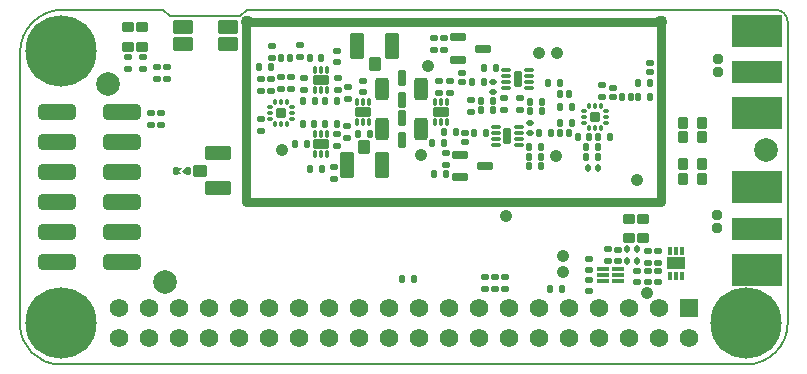
<source format=gts>
G04*
G04 #@! TF.GenerationSoftware,Altium Limited,CircuitStudio,1.5.2 (30)*
G04*
G04 Layer_Color=3394611*
%FSLAX25Y25*%
%MOIN*%
G70*
G01*
G75*
%ADD54C,0.00500*%
%ADD100C,0.03000*%
G04:AMPARAMS|DCode=101|XSize=26.38mil|YSize=22.44mil|CornerRadius=6.3mil|HoleSize=0mil|Usage=FLASHONLY|Rotation=0.000|XOffset=0mil|YOffset=0mil|HoleType=Round|Shape=RoundedRectangle|*
%AMROUNDEDRECTD101*
21,1,0.02638,0.00984,0,0,0.0*
21,1,0.01378,0.02244,0,0,0.0*
1,1,0.01260,0.00689,-0.00492*
1,1,0.01260,-0.00689,-0.00492*
1,1,0.01260,-0.00689,0.00492*
1,1,0.01260,0.00689,0.00492*
%
%ADD101ROUNDEDRECTD101*%
%ADD102C,0.04137*%
G04:AMPARAMS|DCode=103|XSize=26.38mil|YSize=20.47mil|CornerRadius=5.81mil|HoleSize=0mil|Usage=FLASHONLY|Rotation=180.000|XOffset=0mil|YOffset=0mil|HoleType=Round|Shape=RoundedRectangle|*
%AMROUNDEDRECTD103*
21,1,0.02638,0.00886,0,0,180.0*
21,1,0.01476,0.02047,0,0,180.0*
1,1,0.01161,-0.00738,0.00443*
1,1,0.01161,0.00738,0.00443*
1,1,0.01161,0.00738,-0.00443*
1,1,0.01161,-0.00738,-0.00443*
%
%ADD103ROUNDEDRECTD103*%
G04:AMPARAMS|DCode=104|XSize=26.38mil|YSize=22.44mil|CornerRadius=6.3mil|HoleSize=0mil|Usage=FLASHONLY|Rotation=90.000|XOffset=0mil|YOffset=0mil|HoleType=Round|Shape=RoundedRectangle|*
%AMROUNDEDRECTD104*
21,1,0.02638,0.00984,0,0,90.0*
21,1,0.01378,0.02244,0,0,90.0*
1,1,0.01260,0.00492,0.00689*
1,1,0.01260,0.00492,-0.00689*
1,1,0.01260,-0.00492,-0.00689*
1,1,0.01260,-0.00492,0.00689*
%
%ADD104ROUNDEDRECTD104*%
G04:AMPARAMS|DCode=105|XSize=24.41mil|YSize=20.47mil|CornerRadius=5.81mil|HoleSize=0mil|Usage=FLASHONLY|Rotation=270.000|XOffset=0mil|YOffset=0mil|HoleType=Round|Shape=RoundedRectangle|*
%AMROUNDEDRECTD105*
21,1,0.02441,0.00886,0,0,270.0*
21,1,0.01280,0.02047,0,0,270.0*
1,1,0.01161,-0.00443,-0.00640*
1,1,0.01161,-0.00443,0.00640*
1,1,0.01161,0.00443,0.00640*
1,1,0.01161,0.00443,-0.00640*
%
%ADD105ROUNDEDRECTD105*%
G04:AMPARAMS|DCode=106|XSize=40.01mil|YSize=13.63mil|CornerRadius=2.83mil|HoleSize=0mil|Usage=FLASHONLY|Rotation=180.000|XOffset=0mil|YOffset=0mil|HoleType=Round|Shape=RoundedRectangle|*
%AMROUNDEDRECTD106*
21,1,0.04001,0.00797,0,0,180.0*
21,1,0.03435,0.01363,0,0,180.0*
1,1,0.00566,-0.01718,0.00399*
1,1,0.00566,0.01718,0.00399*
1,1,0.00566,0.01718,-0.00399*
1,1,0.00566,-0.01718,-0.00399*
%
%ADD106ROUNDEDRECTD106*%
G04:AMPARAMS|DCode=107|XSize=63.02mil|YSize=42.16mil|CornerRadius=5.02mil|HoleSize=0mil|Usage=FLASHONLY|Rotation=0.000|XOffset=0mil|YOffset=0mil|HoleType=Round|Shape=RoundedRectangle|*
%AMROUNDEDRECTD107*
21,1,0.06302,0.03213,0,0,0.0*
21,1,0.05299,0.04216,0,0,0.0*
1,1,0.01003,0.02649,-0.01606*
1,1,0.01003,-0.02649,-0.01606*
1,1,0.01003,-0.02649,0.01606*
1,1,0.01003,0.02649,0.01606*
%
%ADD107ROUNDEDRECTD107*%
G04:AMPARAMS|DCode=108|XSize=27.59mil|YSize=13.81mil|CornerRadius=3.95mil|HoleSize=0mil|Usage=FLASHONLY|Rotation=270.000|XOffset=0mil|YOffset=0mil|HoleType=Round|Shape=RoundedRectangle|*
%AMROUNDEDRECTD108*
21,1,0.02759,0.00591,0,0,270.0*
21,1,0.01969,0.01381,0,0,270.0*
1,1,0.00791,-0.00295,-0.00984*
1,1,0.00791,-0.00295,0.00984*
1,1,0.00791,0.00295,0.00984*
1,1,0.00791,0.00295,-0.00984*
%
%ADD108ROUNDEDRECTD108*%
G04:AMPARAMS|DCode=109|XSize=34.25mil|YSize=34.25mil|CornerRadius=4.53mil|HoleSize=0mil|Usage=FLASHONLY|Rotation=90.000|XOffset=0mil|YOffset=0mil|HoleType=Round|Shape=RoundedRectangle|*
%AMROUNDEDRECTD109*
21,1,0.03425,0.02520,0,0,90.0*
21,1,0.02520,0.03425,0,0,90.0*
1,1,0.00906,0.01260,0.01260*
1,1,0.00906,0.01260,-0.01260*
1,1,0.00906,-0.01260,-0.01260*
1,1,0.00906,-0.01260,0.01260*
%
%ADD109ROUNDEDRECTD109*%
G04:AMPARAMS|DCode=110|XSize=20.87mil|YSize=10.63mil|CornerRadius=4.53mil|HoleSize=0mil|Usage=FLASHONLY|Rotation=90.000|XOffset=0mil|YOffset=0mil|HoleType=Round|Shape=RoundedRectangle|*
%AMROUNDEDRECTD110*
21,1,0.02087,0.00158,0,0,90.0*
21,1,0.01181,0.01063,0,0,90.0*
1,1,0.00906,0.00079,0.00591*
1,1,0.00906,0.00079,-0.00591*
1,1,0.00906,-0.00079,-0.00591*
1,1,0.00906,-0.00079,0.00591*
%
%ADD110ROUNDEDRECTD110*%
G04:AMPARAMS|DCode=111|XSize=20.87mil|YSize=10.63mil|CornerRadius=4.53mil|HoleSize=0mil|Usage=FLASHONLY|Rotation=0.000|XOffset=0mil|YOffset=0mil|HoleType=Round|Shape=RoundedRectangle|*
%AMROUNDEDRECTD111*
21,1,0.02087,0.00158,0,0,0.0*
21,1,0.01181,0.01063,0,0,0.0*
1,1,0.00906,0.00591,-0.00079*
1,1,0.00906,-0.00591,-0.00079*
1,1,0.00906,-0.00591,0.00079*
1,1,0.00906,0.00591,0.00079*
%
%ADD111ROUNDEDRECTD111*%
G04:AMPARAMS|DCode=112|XSize=44.34mil|YSize=89.61mil|CornerRadius=5.63mil|HoleSize=0mil|Usage=FLASHONLY|Rotation=0.000|XOffset=0mil|YOffset=0mil|HoleType=Round|Shape=RoundedRectangle|*
%AMROUNDEDRECTD112*
21,1,0.04434,0.07835,0,0,0.0*
21,1,0.03307,0.08961,0,0,0.0*
1,1,0.01127,0.01654,-0.03917*
1,1,0.01127,-0.01654,-0.03917*
1,1,0.01127,-0.01654,0.03917*
1,1,0.01127,0.01654,0.03917*
%
%ADD112ROUNDEDRECTD112*%
G04:AMPARAMS|DCode=113|XSize=42.37mil|YSize=44.34mil|CornerRadius=5.44mil|HoleSize=0mil|Usage=FLASHONLY|Rotation=0.000|XOffset=0mil|YOffset=0mil|HoleType=Round|Shape=RoundedRectangle|*
%AMROUNDEDRECTD113*
21,1,0.04237,0.03347,0,0,0.0*
21,1,0.03150,0.04434,0,0,0.0*
1,1,0.01087,0.01575,-0.01673*
1,1,0.01087,-0.01575,-0.01673*
1,1,0.01087,-0.01575,0.01673*
1,1,0.01087,0.01575,0.01673*
%
%ADD113ROUNDEDRECTD113*%
G04:AMPARAMS|DCode=114|XSize=44.34mil|YSize=89.61mil|CornerRadius=5.63mil|HoleSize=0mil|Usage=FLASHONLY|Rotation=270.000|XOffset=0mil|YOffset=0mil|HoleType=Round|Shape=RoundedRectangle|*
%AMROUNDEDRECTD114*
21,1,0.04434,0.07835,0,0,270.0*
21,1,0.03307,0.08961,0,0,270.0*
1,1,0.01127,-0.03917,-0.01654*
1,1,0.01127,-0.03917,0.01654*
1,1,0.01127,0.03917,0.01654*
1,1,0.01127,0.03917,-0.01654*
%
%ADD114ROUNDEDRECTD114*%
G04:AMPARAMS|DCode=115|XSize=42.37mil|YSize=44.34mil|CornerRadius=5.44mil|HoleSize=0mil|Usage=FLASHONLY|Rotation=270.000|XOffset=0mil|YOffset=0mil|HoleType=Round|Shape=RoundedRectangle|*
%AMROUNDEDRECTD115*
21,1,0.04237,0.03347,0,0,270.0*
21,1,0.03150,0.04434,0,0,270.0*
1,1,0.01087,-0.01673,-0.01575*
1,1,0.01087,-0.01673,0.01575*
1,1,0.01087,0.01673,0.01575*
1,1,0.01087,0.01673,-0.01575*
%
%ADD115ROUNDEDRECTD115*%
G04:AMPARAMS|DCode=116|XSize=54.17mil|YSize=34.49mil|CornerRadius=6.22mil|HoleSize=0mil|Usage=FLASHONLY|Rotation=180.000|XOffset=0mil|YOffset=0mil|HoleType=Round|Shape=RoundedRectangle|*
%AMROUNDEDRECTD116*
21,1,0.05417,0.02205,0,0,180.0*
21,1,0.04173,0.03449,0,0,180.0*
1,1,0.01244,-0.02087,0.01102*
1,1,0.01244,0.02087,0.01102*
1,1,0.01244,0.02087,-0.01102*
1,1,0.01244,-0.02087,-0.01102*
%
%ADD116ROUNDEDRECTD116*%
G04:AMPARAMS|DCode=117|XSize=24.65mil|YSize=12.84mil|CornerRadius=2.97mil|HoleSize=0mil|Usage=FLASHONLY|Rotation=90.000|XOffset=0mil|YOffset=0mil|HoleType=Round|Shape=RoundedRectangle|*
%AMROUNDEDRECTD117*
21,1,0.02465,0.00689,0,0,90.0*
21,1,0.01870,0.01284,0,0,90.0*
1,1,0.00595,0.00345,0.00935*
1,1,0.00595,0.00345,-0.00935*
1,1,0.00595,-0.00345,-0.00935*
1,1,0.00595,-0.00345,0.00935*
%
%ADD117ROUNDEDRECTD117*%
G04:AMPARAMS|DCode=118|XSize=127.2mil|YSize=52mil|CornerRadius=13.5mil|HoleSize=0mil|Usage=FLASHONLY|Rotation=180.000|XOffset=0mil|YOffset=0mil|HoleType=Round|Shape=RoundedRectangle|*
%AMROUNDEDRECTD118*
21,1,0.12720,0.02500,0,0,180.0*
21,1,0.10020,0.05200,0,0,180.0*
1,1,0.02700,-0.05010,0.01250*
1,1,0.02700,0.05010,0.01250*
1,1,0.02700,0.05010,-0.01250*
1,1,0.02700,-0.05010,-0.01250*
%
%ADD118ROUNDEDRECTD118*%
G04:AMPARAMS|DCode=119|XSize=24.41mil|YSize=20.47mil|CornerRadius=5.81mil|HoleSize=0mil|Usage=FLASHONLY|Rotation=0.000|XOffset=0mil|YOffset=0mil|HoleType=Round|Shape=RoundedRectangle|*
%AMROUNDEDRECTD119*
21,1,0.02441,0.00886,0,0,0.0*
21,1,0.01280,0.02047,0,0,0.0*
1,1,0.01161,0.00640,-0.00443*
1,1,0.01161,-0.00640,-0.00443*
1,1,0.01161,-0.00640,0.00443*
1,1,0.01161,0.00640,0.00443*
%
%ADD119ROUNDEDRECTD119*%
G04:AMPARAMS|DCode=120|XSize=51.43mil|YSize=26.62mil|CornerRadius=4.45mil|HoleSize=0mil|Usage=FLASHONLY|Rotation=0.000|XOffset=0mil|YOffset=0mil|HoleType=Round|Shape=RoundedRectangle|*
%AMROUNDEDRECTD120*
21,1,0.05143,0.01772,0,0,0.0*
21,1,0.04252,0.02662,0,0,0.0*
1,1,0.00891,0.02126,-0.00886*
1,1,0.00891,-0.02126,-0.00886*
1,1,0.00891,-0.02126,0.00886*
1,1,0.00891,0.02126,0.00886*
%
%ADD120ROUNDEDRECTD120*%
%ADD121R,0.16796X0.07308*%
%ADD122R,0.16796X0.10792*%
%ADD123C,0.07874*%
G04:AMPARAMS|DCode=124|XSize=12.84mil|YSize=32.52mil|CornerRadius=2.97mil|HoleSize=0mil|Usage=FLASHONLY|Rotation=270.000|XOffset=0mil|YOffset=0mil|HoleType=Round|Shape=RoundedRectangle|*
%AMROUNDEDRECTD124*
21,1,0.01284,0.02658,0,0,270.0*
21,1,0.00689,0.03252,0,0,270.0*
1,1,0.00595,-0.01329,-0.00345*
1,1,0.00595,-0.01329,0.00345*
1,1,0.00595,0.01329,0.00345*
1,1,0.00595,0.01329,-0.00345*
%
%ADD124ROUNDEDRECTD124*%
G04:AMPARAMS|DCode=125|XSize=50.24mil|YSize=26.61mil|CornerRadius=5.04mil|HoleSize=0mil|Usage=FLASHONLY|Rotation=270.000|XOffset=0mil|YOffset=0mil|HoleType=Round|Shape=RoundedRectangle|*
%AMROUNDEDRECTD125*
21,1,0.05024,0.01654,0,0,270.0*
21,1,0.04016,0.02661,0,0,270.0*
1,1,0.01008,-0.00827,-0.02008*
1,1,0.01008,-0.00827,0.02008*
1,1,0.01008,0.00827,0.02008*
1,1,0.01008,0.00827,-0.02008*
%
%ADD125ROUNDEDRECTD125*%
G04:AMPARAMS|DCode=126|XSize=26.38mil|YSize=20.47mil|CornerRadius=5.81mil|HoleSize=0mil|Usage=FLASHONLY|Rotation=270.000|XOffset=0mil|YOffset=0mil|HoleType=Round|Shape=RoundedRectangle|*
%AMROUNDEDRECTD126*
21,1,0.02638,0.00886,0,0,270.0*
21,1,0.01476,0.02047,0,0,270.0*
1,1,0.01161,-0.00443,-0.00738*
1,1,0.01161,-0.00443,0.00738*
1,1,0.01161,0.00443,0.00738*
1,1,0.01161,0.00443,-0.00738*
%
%ADD126ROUNDEDRECTD126*%
G04:AMPARAMS|DCode=127|XSize=16.93mil|YSize=25.76mil|CornerRadius=2.09mil|HoleSize=0mil|Usage=FLASHONLY|Rotation=180.000|XOffset=0mil|YOffset=0mil|HoleType=Round|Shape=RoundedRectangle|*
%AMROUNDEDRECTD127*
21,1,0.01693,0.02158,0,0,180.0*
21,1,0.01276,0.02576,0,0,180.0*
1,1,0.00417,-0.00638,0.01079*
1,1,0.00417,0.00638,0.01079*
1,1,0.00417,0.00638,-0.01079*
1,1,0.00417,-0.00638,-0.01079*
%
%ADD127ROUNDEDRECTD127*%
G04:AMPARAMS|DCode=128|XSize=16.93mil|YSize=25.76mil|CornerRadius=2.09mil|HoleSize=0mil|Usage=FLASHONLY|Rotation=270.000|XOffset=0mil|YOffset=0mil|HoleType=Round|Shape=RoundedRectangle|*
%AMROUNDEDRECTD128*
21,1,0.01693,0.02158,0,0,270.0*
21,1,0.01276,0.02576,0,0,270.0*
1,1,0.00417,-0.01079,-0.00638*
1,1,0.00417,-0.01079,0.00638*
1,1,0.00417,0.01079,0.00638*
1,1,0.00417,0.01079,-0.00638*
%
%ADD128ROUNDEDRECTD128*%
G04:AMPARAMS|DCode=129|XSize=30.56mil|YSize=30.56mil|CornerRadius=4.26mil|HoleSize=0mil|Usage=FLASHONLY|Rotation=90.000|XOffset=0mil|YOffset=0mil|HoleType=Round|Shape=RoundedRectangle|*
%AMROUNDEDRECTD129*
21,1,0.03056,0.02205,0,0,90.0*
21,1,0.02205,0.03056,0,0,90.0*
1,1,0.00851,0.01102,0.01102*
1,1,0.00851,0.01102,-0.01102*
1,1,0.00851,-0.01102,-0.01102*
1,1,0.00851,-0.01102,0.01102*
%
%ADD129ROUNDEDRECTD129*%
G04:AMPARAMS|DCode=130|XSize=34.89mil|YSize=39.61mil|CornerRadius=6.28mil|HoleSize=0mil|Usage=FLASHONLY|Rotation=270.000|XOffset=0mil|YOffset=0mil|HoleType=Round|Shape=RoundedRectangle|*
%AMROUNDEDRECTD130*
21,1,0.03489,0.02705,0,0,270.0*
21,1,0.02232,0.03961,0,0,270.0*
1,1,0.01257,-0.01352,-0.01116*
1,1,0.01257,-0.01352,0.01116*
1,1,0.01257,0.01352,0.01116*
1,1,0.01257,0.01352,-0.01116*
%
%ADD130ROUNDEDRECTD130*%
G04:AMPARAMS|DCode=131|XSize=34.89mil|YSize=39.61mil|CornerRadius=6.28mil|HoleSize=0mil|Usage=FLASHONLY|Rotation=180.000|XOffset=0mil|YOffset=0mil|HoleType=Round|Shape=RoundedRectangle|*
%AMROUNDEDRECTD131*
21,1,0.03489,0.02705,0,0,180.0*
21,1,0.02232,0.03961,0,0,180.0*
1,1,0.01257,-0.01116,0.01352*
1,1,0.01257,0.01116,0.01352*
1,1,0.01257,0.01116,-0.01352*
1,1,0.01257,-0.01116,-0.01352*
%
%ADD131ROUNDEDRECTD131*%
G04:AMPARAMS|DCode=132|XSize=67.96mil|YSize=44.34mil|CornerRadius=5.63mil|HoleSize=0mil|Usage=FLASHONLY|Rotation=180.000|XOffset=0mil|YOffset=0mil|HoleType=Round|Shape=RoundedRectangle|*
%AMROUNDEDRECTD132*
21,1,0.06796,0.03307,0,0,180.0*
21,1,0.05669,0.04434,0,0,180.0*
1,1,0.01127,-0.02835,0.01654*
1,1,0.01127,0.02835,0.01654*
1,1,0.01127,0.02835,-0.01654*
1,1,0.01127,-0.02835,-0.01654*
%
%ADD132ROUNDEDRECTD132*%
G04:AMPARAMS|DCode=133|XSize=73.87mil|YSize=43.95mil|CornerRadius=7.64mil|HoleSize=0mil|Usage=FLASHONLY|Rotation=90.000|XOffset=0mil|YOffset=0mil|HoleType=Round|Shape=RoundedRectangle|*
%AMROUNDEDRECTD133*
21,1,0.07387,0.02866,0,0,90.0*
21,1,0.05858,0.04395,0,0,90.0*
1,1,0.01528,0.01433,0.02929*
1,1,0.01528,0.01433,-0.02929*
1,1,0.01528,-0.01433,-0.02929*
1,1,0.01528,-0.01433,0.02929*
%
%ADD133ROUNDEDRECTD133*%
G04:AMPARAMS|DCode=134|XSize=52.02mil|YSize=27.02mil|CornerRadius=5.1mil|HoleSize=0mil|Usage=FLASHONLY|Rotation=90.000|XOffset=0mil|YOffset=0mil|HoleType=Round|Shape=RoundedRectangle|*
%AMROUNDEDRECTD134*
21,1,0.05202,0.01681,0,0,90.0*
21,1,0.04181,0.02702,0,0,90.0*
1,1,0.01021,0.00841,0.02091*
1,1,0.01021,0.00841,-0.02091*
1,1,0.01021,-0.00841,-0.02091*
1,1,0.01021,-0.00841,0.02091*
%
%ADD134ROUNDEDRECTD134*%
%ADD135C,0.02662*%
%ADD136C,0.06206*%
%ADD137R,0.06206X0.06206*%
%ADD138C,0.23748*%
%ADD139C,0.04300*%
G36*
X1088476Y764981D02*
X1087576Y764081D01*
Y763781D01*
X1088476Y762881D01*
Y762781D01*
X1086776D01*
Y765081D01*
X1088476D01*
Y764981D01*
D02*
G37*
G36*
X1090376Y762781D02*
X1089576D01*
X1088576Y763781D01*
Y764081D01*
X1089576Y765081D01*
X1090376D01*
Y762781D01*
D02*
G37*
D54*
X1276749Y699502D02*
G03*
X1290528Y713281I0J13780D01*
G01*
X1034623Y712769D02*
G03*
X1047891Y699502I13268J0D01*
G01*
X1048995Y817730D02*
G03*
X1034623Y803358I0J-14372D01*
G01*
X1290528Y813564D02*
G03*
X1286362Y817730I-4166J0D01*
G01*
X1047891Y699502D02*
X1276749Y699502D01*
X1034623Y712769D02*
X1034623Y796470D01*
X1290528Y718006D02*
Y767631D01*
X1084591Y815466D02*
X1107961D01*
X1034623Y796470D02*
Y803358D01*
X1290528Y713281D02*
Y718006D01*
X1110224Y817730D02*
X1286362D01*
X1290528Y767631D02*
Y813564D01*
X1082327Y817730D02*
X1084591Y815466D01*
X1048995Y817730D02*
X1082327D01*
X1107961Y815466D02*
X1110224Y817730D01*
D100*
X1109876Y753681D02*
Y813561D01*
Y753681D02*
X1248276D01*
Y813561D01*
X1109876D02*
X1248276D01*
D101*
X1081576Y779313D02*
D03*
Y783250D02*
D03*
X1118376Y790613D02*
D03*
Y794550D02*
D03*
X1247201Y733387D02*
D03*
Y737324D02*
D03*
X1243801Y730724D02*
D03*
Y726787D02*
D03*
Y737324D02*
D03*
Y733387D02*
D03*
X1247201Y730724D02*
D03*
Y726787D02*
D03*
X1078176Y779313D02*
D03*
Y783250D02*
D03*
X1115000Y777311D02*
D03*
Y781248D02*
D03*
X1121676Y795350D02*
D03*
Y791413D02*
D03*
X1124876Y795350D02*
D03*
Y791413D02*
D03*
X1114976Y790613D02*
D03*
Y794550D02*
D03*
X1140376Y772213D02*
D03*
Y776150D02*
D03*
X1224276Y730813D02*
D03*
Y734750D02*
D03*
X1240401Y726787D02*
D03*
Y730724D02*
D03*
X1233876Y733813D02*
D03*
Y737750D02*
D03*
X1224376Y727750D02*
D03*
Y723813D02*
D03*
X1083476Y798550D02*
D03*
Y794613D02*
D03*
X1140176Y800173D02*
D03*
Y804110D02*
D03*
X1129376Y795050D02*
D03*
Y791113D02*
D03*
X1139296Y765280D02*
D03*
Y761343D02*
D03*
X1143776Y775013D02*
D03*
Y778950D02*
D03*
X1143876Y791950D02*
D03*
Y788013D02*
D03*
X1177876Y793850D02*
D03*
Y789913D02*
D03*
X1174276D02*
D03*
Y793850D02*
D03*
X1228476Y788713D02*
D03*
Y792650D02*
D03*
X1201172Y784334D02*
D03*
Y788271D02*
D03*
X1195922Y784265D02*
D03*
Y788202D02*
D03*
X1148996Y790163D02*
D03*
Y794100D02*
D03*
X1140566Y794860D02*
D03*
Y790923D02*
D03*
X1127856Y801893D02*
D03*
Y805830D02*
D03*
X1118606Y801713D02*
D03*
Y805650D02*
D03*
X1185079Y787547D02*
D03*
Y783610D02*
D03*
D102*
X1243776Y723181D02*
D03*
X1215676Y735581D02*
D03*
X1196476Y748781D02*
D03*
X1240276Y761081D02*
D03*
X1213376Y769081D02*
D03*
X1121976Y770781D02*
D03*
X1168176Y769281D02*
D03*
X1207676Y803381D02*
D03*
X1213676D02*
D03*
X1170476Y798881D02*
D03*
X1215676Y730181D02*
D03*
D103*
X1230676Y733781D02*
D03*
Y737781D02*
D03*
X1189776Y724481D02*
D03*
Y728481D02*
D03*
X1193076Y724481D02*
D03*
Y728481D02*
D03*
X1196376Y724481D02*
D03*
Y728481D02*
D03*
X1172776Y808381D02*
D03*
Y804381D02*
D03*
X1080176Y794681D02*
D03*
Y798681D02*
D03*
X1075476Y798081D02*
D03*
Y802081D02*
D03*
X1070676Y798081D02*
D03*
Y802081D02*
D03*
X1176676Y769781D02*
D03*
Y765781D02*
D03*
X1175976Y808381D02*
D03*
Y804381D02*
D03*
D104*
X1227244Y771881D02*
D03*
X1223307D02*
D03*
X1161907Y727781D02*
D03*
X1165844D02*
D03*
X1132744Y779681D02*
D03*
X1128807D02*
D03*
X1136307Y787281D02*
D03*
X1140244D02*
D03*
X1136207Y779681D02*
D03*
X1140144D02*
D03*
X1244644Y788681D02*
D03*
X1240707D02*
D03*
X1231142Y775343D02*
D03*
X1227205D02*
D03*
X1220512D02*
D03*
X1224449D02*
D03*
X1227244Y768481D02*
D03*
X1223307D02*
D03*
X1130174Y772848D02*
D03*
X1126237D02*
D03*
X1132844Y787281D02*
D03*
X1128907D02*
D03*
X1211654Y776524D02*
D03*
X1207717D02*
D03*
X1192379Y787415D02*
D03*
X1188442D02*
D03*
X1204583Y787021D02*
D03*
X1208521D02*
D03*
X1189244Y793481D02*
D03*
X1185307D02*
D03*
X1151164Y776441D02*
D03*
X1147227D02*
D03*
X1204407Y771981D02*
D03*
X1208344D02*
D03*
X1185907Y776681D02*
D03*
X1189844D02*
D03*
X1208521Y783872D02*
D03*
X1204583D02*
D03*
X1176094Y776930D02*
D03*
X1180031D02*
D03*
X1218642Y779969D02*
D03*
X1214705D02*
D03*
X1210571Y793354D02*
D03*
X1214508D02*
D03*
X1214707Y785181D02*
D03*
X1218644D02*
D03*
X1244644Y793181D02*
D03*
X1240707D02*
D03*
X1172107Y773171D02*
D03*
X1176044D02*
D03*
X1193166Y798439D02*
D03*
X1189229D02*
D03*
X1192379Y784265D02*
D03*
X1188442D02*
D03*
X1131142Y801721D02*
D03*
X1135079D02*
D03*
X1114217Y798691D02*
D03*
X1118154D02*
D03*
X1131355Y764580D02*
D03*
X1135292D02*
D03*
D105*
X1240448Y733781D02*
D03*
X1237102D02*
D03*
X1240448Y737781D02*
D03*
X1237102D02*
D03*
X1223903Y764881D02*
D03*
X1227249D02*
D03*
D106*
X1228895Y727413D02*
D03*
Y729381D02*
D03*
Y731350D02*
D03*
X1233856D02*
D03*
Y729381D02*
D03*
Y727413D02*
D03*
D107*
X1253301Y733156D02*
D03*
D108*
X1255270Y729022D02*
D03*
X1253301D02*
D03*
X1251332D02*
D03*
Y737290D02*
D03*
X1253301D02*
D03*
X1255270D02*
D03*
D109*
X1226417Y782035D02*
D03*
X1121693Y783217D02*
D03*
D110*
X1224449Y785697D02*
D03*
X1226417D02*
D03*
X1228386D02*
D03*
Y778374D02*
D03*
X1226417D02*
D03*
X1224449D02*
D03*
X1123662Y779555D02*
D03*
X1121693D02*
D03*
X1119724D02*
D03*
Y786878D02*
D03*
X1121693D02*
D03*
X1123662D02*
D03*
D111*
X1230079Y784004D02*
D03*
Y782035D02*
D03*
Y780067D02*
D03*
X1222756D02*
D03*
Y782035D02*
D03*
Y784004D02*
D03*
X1118032Y781248D02*
D03*
Y783217D02*
D03*
Y785185D02*
D03*
X1125354D02*
D03*
Y783217D02*
D03*
Y781248D02*
D03*
D112*
X1158653Y805581D02*
D03*
X1147038D02*
D03*
X1143639Y766001D02*
D03*
X1155253D02*
D03*
D113*
X1152846Y799577D02*
D03*
X1149446Y772005D02*
D03*
D114*
X1100476Y758174D02*
D03*
Y769788D02*
D03*
D115*
X1094472Y763981D02*
D03*
D116*
X1135079Y794240D02*
D03*
Y772980D02*
D03*
X1148996Y783671D02*
D03*
X1174836Y783751D02*
D03*
D117*
X1133110Y797587D02*
D03*
X1135079D02*
D03*
X1137047D02*
D03*
Y790894D02*
D03*
X1135079D02*
D03*
X1133110D02*
D03*
X1137047Y769634D02*
D03*
X1135079D02*
D03*
X1133110D02*
D03*
Y776327D02*
D03*
X1135079D02*
D03*
X1137047D02*
D03*
X1147027Y787018D02*
D03*
X1148996D02*
D03*
X1150964D02*
D03*
Y780325D02*
D03*
X1148996D02*
D03*
X1147027D02*
D03*
X1172867Y787098D02*
D03*
X1174836D02*
D03*
X1176804D02*
D03*
Y780405D02*
D03*
X1174836D02*
D03*
X1172867D02*
D03*
D118*
X1068481Y733478D02*
D03*
Y743478D02*
D03*
Y753478D02*
D03*
Y763478D02*
D03*
Y773478D02*
D03*
Y783478D02*
D03*
X1046985Y733478D02*
D03*
Y743478D02*
D03*
Y753478D02*
D03*
Y763478D02*
D03*
Y773478D02*
D03*
Y783478D02*
D03*
D119*
X1204567Y779968D02*
D03*
Y776622D02*
D03*
X1192376Y790335D02*
D03*
Y793681D02*
D03*
D120*
X1181415Y761922D02*
D03*
X1189761Y765662D02*
D03*
X1181415Y769403D02*
D03*
X1180725Y800998D02*
D03*
X1189072Y804738D02*
D03*
X1180725Y808478D02*
D03*
D121*
X1280174Y744698D02*
D03*
Y796864D02*
D03*
D122*
Y758448D02*
D03*
Y730948D02*
D03*
Y810614D02*
D03*
Y783114D02*
D03*
D123*
X1283127Y770886D02*
D03*
X1082976Y726781D02*
D03*
X1063876Y793081D02*
D03*
D124*
X1204410Y791583D02*
D03*
Y793551D02*
D03*
Y795520D02*
D03*
Y797488D02*
D03*
X1196654Y791583D02*
D03*
Y793551D02*
D03*
Y795520D02*
D03*
Y797488D02*
D03*
X1193150Y778591D02*
D03*
Y776622D02*
D03*
Y774654D02*
D03*
Y772685D02*
D03*
X1200906Y778591D02*
D03*
Y776622D02*
D03*
Y774654D02*
D03*
Y772685D02*
D03*
D125*
X1200532Y794535D02*
D03*
X1197028Y775638D02*
D03*
D126*
X1090476Y763931D02*
D03*
X1086476D02*
D03*
X1208366Y768759D02*
D03*
X1204366D02*
D03*
X1204276Y765581D02*
D03*
X1208276D02*
D03*
X1211276Y724481D02*
D03*
X1215276D02*
D03*
X1176676Y762981D02*
D03*
X1172676D02*
D03*
D127*
X1238276Y788681D02*
D03*
X1235276D02*
D03*
X1214583Y776524D02*
D03*
X1217583D02*
D03*
X1214583Y789713D02*
D03*
X1217583D02*
D03*
X1124716Y801681D02*
D03*
X1121716D02*
D03*
D128*
X1182876Y776581D02*
D03*
Y773581D02*
D03*
X1181929Y793610D02*
D03*
Y796610D02*
D03*
X1244576Y796781D02*
D03*
Y799781D02*
D03*
X1232276Y788681D02*
D03*
Y791681D02*
D03*
D129*
X1267433Y796797D02*
D03*
Y801128D02*
D03*
X1266887Y744797D02*
D03*
Y749127D02*
D03*
D130*
X1075456Y805442D02*
D03*
Y811820D02*
D03*
X1070636Y805422D02*
D03*
Y811800D02*
D03*
X1237476Y741692D02*
D03*
Y748070D02*
D03*
X1242376Y741692D02*
D03*
Y748070D02*
D03*
D131*
X1255687Y779881D02*
D03*
X1262065D02*
D03*
X1255687Y775181D02*
D03*
X1262065D02*
D03*
X1255687Y761381D02*
D03*
X1262065D02*
D03*
X1255687Y766181D02*
D03*
X1262065D02*
D03*
D132*
X1088797Y812035D02*
D03*
Y806327D02*
D03*
X1103954Y812035D02*
D03*
Y806327D02*
D03*
D133*
X1155428Y791161D02*
D03*
X1168223D02*
D03*
X1155438Y778011D02*
D03*
X1168233D02*
D03*
D134*
X1161826Y794813D02*
D03*
Y787509D02*
D03*
X1161836Y781663D02*
D03*
Y774360D02*
D03*
D135*
X1104348Y812331D02*
D03*
X1088403D02*
D03*
D136*
X1097576Y718281D02*
D03*
Y708281D02*
D03*
X1087576Y718281D02*
D03*
Y708281D02*
D03*
X1077576Y718281D02*
D03*
Y708281D02*
D03*
X1067576Y718281D02*
D03*
Y708281D02*
D03*
X1107576D02*
D03*
Y718281D02*
D03*
X1117576Y708281D02*
D03*
Y718281D02*
D03*
X1127576Y708281D02*
D03*
Y718281D02*
D03*
X1137576Y708281D02*
D03*
Y718281D02*
D03*
X1147576Y708281D02*
D03*
Y718281D02*
D03*
X1157576Y708281D02*
D03*
Y718281D02*
D03*
X1167576Y708281D02*
D03*
Y718281D02*
D03*
X1177576Y708281D02*
D03*
Y718281D02*
D03*
X1187576Y708281D02*
D03*
Y718281D02*
D03*
X1197576Y708281D02*
D03*
Y718281D02*
D03*
X1207576Y708281D02*
D03*
Y718281D02*
D03*
X1217576Y708281D02*
D03*
Y718281D02*
D03*
X1227576Y708281D02*
D03*
Y718281D02*
D03*
X1237576Y708281D02*
D03*
Y718281D02*
D03*
X1247576Y708281D02*
D03*
Y718281D02*
D03*
X1257576Y708281D02*
D03*
D137*
Y718281D02*
D03*
D138*
X1048402Y713281D02*
D03*
Y803832D02*
D03*
X1276749Y713281D02*
D03*
D139*
X1110176Y813561D02*
D03*
X1248276D02*
D03*
M02*

</source>
